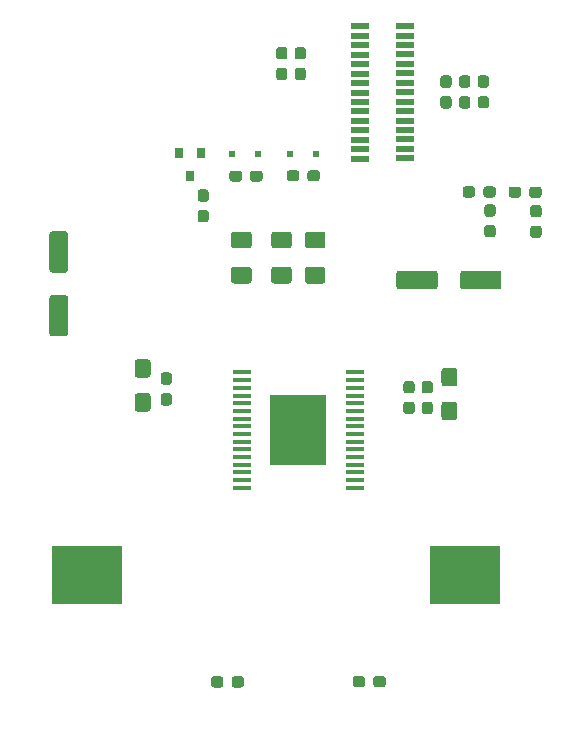
<source format=gbr>
G04 #@! TF.GenerationSoftware,KiCad,Pcbnew,(5.1.6)-1*
G04 #@! TF.CreationDate,2020-12-13T22:16:35+01:00*
G04 #@! TF.ProjectId,ETBC_2020,45544243-5f32-4303-9230-2e6b69636164,rev?*
G04 #@! TF.SameCoordinates,Original*
G04 #@! TF.FileFunction,Paste,Top*
G04 #@! TF.FilePolarity,Positive*
%FSLAX46Y46*%
G04 Gerber Fmt 4.6, Leading zero omitted, Abs format (unit mm)*
G04 Created by KiCad (PCBNEW (5.1.6)-1) date 2020-12-13 22:16:35*
%MOMM*%
%LPD*%
G01*
G04 APERTURE LIST*
%ADD10R,1.500000X0.550000*%
%ADD11R,6.000000X5.000000*%
%ADD12R,0.800000X0.900000*%
%ADD13R,0.500000X0.500000*%
%ADD14R,1.650000X0.450000*%
%ADD15R,4.800000X5.900000*%
G04 APERTURE END LIST*
G36*
G01*
X111925000Y-53025000D02*
X111925000Y-54125000D01*
G75*
G02*
X111675000Y-54375000I-250000J0D01*
G01*
X108675000Y-54375000D01*
G75*
G02*
X108425000Y-54125000I0J250000D01*
G01*
X108425000Y-53025000D01*
G75*
G02*
X108675000Y-52775000I250000J0D01*
G01*
X111675000Y-52775000D01*
G75*
G02*
X111925000Y-53025000I0J-250000D01*
G01*
G37*
G36*
G01*
X117325000Y-53025000D02*
X117325000Y-54125000D01*
G75*
G02*
X117075000Y-54375000I-250000J0D01*
G01*
X114075000Y-54375000D01*
G75*
G02*
X113825000Y-54125000I0J250000D01*
G01*
X113825000Y-53025000D01*
G75*
G02*
X114075000Y-52775000I250000J0D01*
G01*
X117075000Y-52775000D01*
G75*
G02*
X117325000Y-53025000I0J-250000D01*
G01*
G37*
D10*
X109175000Y-32074600D03*
X105375000Y-32100000D03*
X109175000Y-32874600D03*
X105375000Y-32900000D03*
X109175000Y-33674600D03*
X105375000Y-33700000D03*
X109175000Y-34474600D03*
X105375000Y-34500000D03*
X109175000Y-35274600D03*
X105375000Y-35300000D03*
X109175000Y-36074600D03*
X105375000Y-36100000D03*
X109175000Y-36874600D03*
X105375000Y-36900000D03*
X109175000Y-37674600D03*
X105375000Y-37700000D03*
X109175000Y-38474600D03*
X105375000Y-38500000D03*
X109175000Y-39274600D03*
X105375000Y-39300000D03*
X109175000Y-40074600D03*
X105375000Y-40100000D03*
X109175000Y-40874600D03*
X105375000Y-40900000D03*
X109175000Y-41674600D03*
X105375000Y-41700000D03*
X109175000Y-42474600D03*
X105375000Y-42500000D03*
X109175000Y-43274600D03*
X105375000Y-43300000D03*
G36*
G01*
X114449900Y-37302500D02*
X113974900Y-37302500D01*
G75*
G02*
X113737400Y-37065000I0J237500D01*
G01*
X113737400Y-36490000D01*
G75*
G02*
X113974900Y-36252500I237500J0D01*
G01*
X114449900Y-36252500D01*
G75*
G02*
X114687400Y-36490000I0J-237500D01*
G01*
X114687400Y-37065000D01*
G75*
G02*
X114449900Y-37302500I-237500J0D01*
G01*
G37*
G36*
G01*
X114449900Y-39052500D02*
X113974900Y-39052500D01*
G75*
G02*
X113737400Y-38815000I0J237500D01*
G01*
X113737400Y-38240000D01*
G75*
G02*
X113974900Y-38002500I237500J0D01*
G01*
X114449900Y-38002500D01*
G75*
G02*
X114687400Y-38240000I0J-237500D01*
G01*
X114687400Y-38815000D01*
G75*
G02*
X114449900Y-39052500I-237500J0D01*
G01*
G37*
D11*
X82200000Y-78575000D03*
X114200000Y-78575000D03*
G36*
G01*
X100537500Y-34900000D02*
X100062500Y-34900000D01*
G75*
G02*
X99825000Y-34662500I0J237500D01*
G01*
X99825000Y-34087500D01*
G75*
G02*
X100062500Y-33850000I237500J0D01*
G01*
X100537500Y-33850000D01*
G75*
G02*
X100775000Y-34087500I0J-237500D01*
G01*
X100775000Y-34662500D01*
G75*
G02*
X100537500Y-34900000I-237500J0D01*
G01*
G37*
G36*
G01*
X100537500Y-36650000D02*
X100062500Y-36650000D01*
G75*
G02*
X99825000Y-36412500I0J237500D01*
G01*
X99825000Y-35837500D01*
G75*
G02*
X100062500Y-35600000I237500J0D01*
G01*
X100537500Y-35600000D01*
G75*
G02*
X100775000Y-35837500I0J-237500D01*
G01*
X100775000Y-36412500D01*
G75*
G02*
X100537500Y-36650000I-237500J0D01*
G01*
G37*
G36*
G01*
X98962500Y-34900000D02*
X98487500Y-34900000D01*
G75*
G02*
X98250000Y-34662500I0J237500D01*
G01*
X98250000Y-34087500D01*
G75*
G02*
X98487500Y-33850000I237500J0D01*
G01*
X98962500Y-33850000D01*
G75*
G02*
X99200000Y-34087500I0J-237500D01*
G01*
X99200000Y-34662500D01*
G75*
G02*
X98962500Y-34900000I-237500J0D01*
G01*
G37*
G36*
G01*
X98962500Y-36650000D02*
X98487500Y-36650000D01*
G75*
G02*
X98250000Y-36412500I0J237500D01*
G01*
X98250000Y-35837500D01*
G75*
G02*
X98487500Y-35600000I237500J0D01*
G01*
X98962500Y-35600000D01*
G75*
G02*
X99200000Y-35837500I0J-237500D01*
G01*
X99200000Y-36412500D01*
G75*
G02*
X98962500Y-36650000I-237500J0D01*
G01*
G37*
G36*
G01*
X113350001Y-62575000D02*
X112499999Y-62575000D01*
G75*
G02*
X112250000Y-62325001I0J249999D01*
G01*
X112250000Y-61249999D01*
G75*
G02*
X112499999Y-61000000I249999J0D01*
G01*
X113350001Y-61000000D01*
G75*
G02*
X113600000Y-61249999I0J-249999D01*
G01*
X113600000Y-62325001D01*
G75*
G02*
X113350001Y-62575000I-249999J0D01*
G01*
G37*
G36*
G01*
X113350001Y-65450000D02*
X112499999Y-65450000D01*
G75*
G02*
X112250000Y-65200001I0J249999D01*
G01*
X112250000Y-64124999D01*
G75*
G02*
X112499999Y-63875000I249999J0D01*
G01*
X113350001Y-63875000D01*
G75*
G02*
X113600000Y-64124999I0J-249999D01*
G01*
X113600000Y-65200001D01*
G75*
G02*
X113350001Y-65450000I-249999J0D01*
G01*
G37*
G36*
G01*
X87380001Y-61850000D02*
X86529999Y-61850000D01*
G75*
G02*
X86280000Y-61600001I0J249999D01*
G01*
X86280000Y-60524999D01*
G75*
G02*
X86529999Y-60275000I249999J0D01*
G01*
X87380001Y-60275000D01*
G75*
G02*
X87630000Y-60524999I0J-249999D01*
G01*
X87630000Y-61600001D01*
G75*
G02*
X87380001Y-61850000I-249999J0D01*
G01*
G37*
G36*
G01*
X87380001Y-64725000D02*
X86529999Y-64725000D01*
G75*
G02*
X86280000Y-64475001I0J249999D01*
G01*
X86280000Y-63399999D01*
G75*
G02*
X86529999Y-63150000I249999J0D01*
G01*
X87380001Y-63150000D01*
G75*
G02*
X87630000Y-63399999I0J-249999D01*
G01*
X87630000Y-64475001D01*
G75*
G02*
X87380001Y-64725000I-249999J0D01*
G01*
G37*
G36*
G01*
X80400000Y-52950000D02*
X79300000Y-52950000D01*
G75*
G02*
X79050000Y-52700000I0J250000D01*
G01*
X79050000Y-49700000D01*
G75*
G02*
X79300000Y-49450000I250000J0D01*
G01*
X80400000Y-49450000D01*
G75*
G02*
X80650000Y-49700000I0J-250000D01*
G01*
X80650000Y-52700000D01*
G75*
G02*
X80400000Y-52950000I-250000J0D01*
G01*
G37*
G36*
G01*
X80400000Y-58350000D02*
X79300000Y-58350000D01*
G75*
G02*
X79050000Y-58100000I0J250000D01*
G01*
X79050000Y-55100000D01*
G75*
G02*
X79300000Y-54850000I250000J0D01*
G01*
X80400000Y-54850000D01*
G75*
G02*
X80650000Y-55100000I0J-250000D01*
G01*
X80650000Y-58100000D01*
G75*
G02*
X80400000Y-58350000I-250000J0D01*
G01*
G37*
G36*
G01*
X95925000Y-50900000D02*
X94675000Y-50900000D01*
G75*
G02*
X94425000Y-50650000I0J250000D01*
G01*
X94425000Y-49725000D01*
G75*
G02*
X94675000Y-49475000I250000J0D01*
G01*
X95925000Y-49475000D01*
G75*
G02*
X96175000Y-49725000I0J-250000D01*
G01*
X96175000Y-50650000D01*
G75*
G02*
X95925000Y-50900000I-250000J0D01*
G01*
G37*
G36*
G01*
X95925000Y-53875000D02*
X94675000Y-53875000D01*
G75*
G02*
X94425000Y-53625000I0J250000D01*
G01*
X94425000Y-52700000D01*
G75*
G02*
X94675000Y-52450000I250000J0D01*
G01*
X95925000Y-52450000D01*
G75*
G02*
X96175000Y-52700000I0J-250000D01*
G01*
X96175000Y-53625000D01*
G75*
G02*
X95925000Y-53875000I-250000J0D01*
G01*
G37*
G36*
G01*
X100927200Y-52450000D02*
X102177200Y-52450000D01*
G75*
G02*
X102427200Y-52700000I0J-250000D01*
G01*
X102427200Y-53625000D01*
G75*
G02*
X102177200Y-53875000I-250000J0D01*
G01*
X100927200Y-53875000D01*
G75*
G02*
X100677200Y-53625000I0J250000D01*
G01*
X100677200Y-52700000D01*
G75*
G02*
X100927200Y-52450000I250000J0D01*
G01*
G37*
G36*
G01*
X100927200Y-49475000D02*
X102177200Y-49475000D01*
G75*
G02*
X102427200Y-49725000I0J-250000D01*
G01*
X102427200Y-50650000D01*
G75*
G02*
X102177200Y-50900000I-250000J0D01*
G01*
X100927200Y-50900000D01*
G75*
G02*
X100677200Y-50650000I0J250000D01*
G01*
X100677200Y-49725000D01*
G75*
G02*
X100927200Y-49475000I250000J0D01*
G01*
G37*
G36*
G01*
X98075000Y-52450000D02*
X99325000Y-52450000D01*
G75*
G02*
X99575000Y-52700000I0J-250000D01*
G01*
X99575000Y-53625000D01*
G75*
G02*
X99325000Y-53875000I-250000J0D01*
G01*
X98075000Y-53875000D01*
G75*
G02*
X97825000Y-53625000I0J250000D01*
G01*
X97825000Y-52700000D01*
G75*
G02*
X98075000Y-52450000I250000J0D01*
G01*
G37*
G36*
G01*
X98075000Y-49475000D02*
X99325000Y-49475000D01*
G75*
G02*
X99575000Y-49725000I0J-250000D01*
G01*
X99575000Y-50650000D01*
G75*
G02*
X99325000Y-50900000I-250000J0D01*
G01*
X98075000Y-50900000D01*
G75*
G02*
X97825000Y-50650000I0J250000D01*
G01*
X97825000Y-49725000D01*
G75*
G02*
X98075000Y-49475000I250000J0D01*
G01*
G37*
G36*
G01*
X91837500Y-47650000D02*
X92312500Y-47650000D01*
G75*
G02*
X92550000Y-47887500I0J-237500D01*
G01*
X92550000Y-48462500D01*
G75*
G02*
X92312500Y-48700000I-237500J0D01*
G01*
X91837500Y-48700000D01*
G75*
G02*
X91600000Y-48462500I0J237500D01*
G01*
X91600000Y-47887500D01*
G75*
G02*
X91837500Y-47650000I237500J0D01*
G01*
G37*
G36*
G01*
X91837500Y-45900000D02*
X92312500Y-45900000D01*
G75*
G02*
X92550000Y-46137500I0J-237500D01*
G01*
X92550000Y-46712500D01*
G75*
G02*
X92312500Y-46950000I-237500J0D01*
G01*
X91837500Y-46950000D01*
G75*
G02*
X91600000Y-46712500I0J237500D01*
G01*
X91600000Y-46137500D01*
G75*
G02*
X91837500Y-45900000I237500J0D01*
G01*
G37*
D12*
X90975000Y-44800000D03*
X90025000Y-42800000D03*
X91925000Y-42800000D03*
D13*
X96725000Y-42875000D03*
X94525000Y-42875000D03*
X99400000Y-42925000D03*
X101600000Y-42925000D03*
D14*
X95350000Y-61400000D03*
X95350000Y-62050000D03*
X95350000Y-62700000D03*
X95350000Y-63350000D03*
X95350000Y-64000000D03*
X95350000Y-64650000D03*
X95350000Y-65300000D03*
X95350000Y-65950000D03*
X95350000Y-66600000D03*
X95350000Y-67250000D03*
X95350000Y-67900000D03*
X95350000Y-68550000D03*
X95350000Y-69200000D03*
X95350000Y-69850000D03*
X95350000Y-70500000D03*
X95350000Y-71150000D03*
X104900000Y-71150000D03*
X104900000Y-70500000D03*
X104900000Y-69850000D03*
X104900000Y-69200000D03*
X104900000Y-68550000D03*
X104900000Y-67900000D03*
X104900000Y-67250000D03*
X104900000Y-66600000D03*
X104900000Y-65950000D03*
X104900000Y-65300000D03*
X104900000Y-64650000D03*
X104900000Y-64000000D03*
X104900000Y-63350000D03*
X104900000Y-62700000D03*
X104900000Y-62050000D03*
X104900000Y-61400000D03*
D15*
X100125000Y-66275000D03*
G36*
G01*
X116037500Y-37300000D02*
X115562500Y-37300000D01*
G75*
G02*
X115325000Y-37062500I0J237500D01*
G01*
X115325000Y-36487500D01*
G75*
G02*
X115562500Y-36250000I237500J0D01*
G01*
X116037500Y-36250000D01*
G75*
G02*
X116275000Y-36487500I0J-237500D01*
G01*
X116275000Y-37062500D01*
G75*
G02*
X116037500Y-37300000I-237500J0D01*
G01*
G37*
G36*
G01*
X116037500Y-39050000D02*
X115562500Y-39050000D01*
G75*
G02*
X115325000Y-38812500I0J237500D01*
G01*
X115325000Y-38237500D01*
G75*
G02*
X115562500Y-38000000I237500J0D01*
G01*
X116037500Y-38000000D01*
G75*
G02*
X116275000Y-38237500I0J-237500D01*
G01*
X116275000Y-38812500D01*
G75*
G02*
X116037500Y-39050000I-237500J0D01*
G01*
G37*
G36*
G01*
X95350000Y-44537500D02*
X95350000Y-45012500D01*
G75*
G02*
X95112500Y-45250000I-237500J0D01*
G01*
X94537500Y-45250000D01*
G75*
G02*
X94300000Y-45012500I0J237500D01*
G01*
X94300000Y-44537500D01*
G75*
G02*
X94537500Y-44300000I237500J0D01*
G01*
X95112500Y-44300000D01*
G75*
G02*
X95350000Y-44537500I0J-237500D01*
G01*
G37*
G36*
G01*
X97100000Y-44537500D02*
X97100000Y-45012500D01*
G75*
G02*
X96862500Y-45250000I-237500J0D01*
G01*
X96287500Y-45250000D01*
G75*
G02*
X96050000Y-45012500I0J237500D01*
G01*
X96050000Y-44537500D01*
G75*
G02*
X96287500Y-44300000I237500J0D01*
G01*
X96862500Y-44300000D01*
G75*
G02*
X97100000Y-44537500I0J-237500D01*
G01*
G37*
G36*
G01*
X100900000Y-44987500D02*
X100900000Y-44512500D01*
G75*
G02*
X101137500Y-44275000I237500J0D01*
G01*
X101712500Y-44275000D01*
G75*
G02*
X101950000Y-44512500I0J-237500D01*
G01*
X101950000Y-44987500D01*
G75*
G02*
X101712500Y-45225000I-237500J0D01*
G01*
X101137500Y-45225000D01*
G75*
G02*
X100900000Y-44987500I0J237500D01*
G01*
G37*
G36*
G01*
X99150000Y-44987500D02*
X99150000Y-44512500D01*
G75*
G02*
X99387500Y-44275000I237500J0D01*
G01*
X99962500Y-44275000D01*
G75*
G02*
X100200000Y-44512500I0J-237500D01*
G01*
X100200000Y-44987500D01*
G75*
G02*
X99962500Y-45225000I-237500J0D01*
G01*
X99387500Y-45225000D01*
G75*
G02*
X99150000Y-44987500I0J237500D01*
G01*
G37*
G36*
G01*
X116116000Y-48916400D02*
X116591000Y-48916400D01*
G75*
G02*
X116828500Y-49153900I0J-237500D01*
G01*
X116828500Y-49728900D01*
G75*
G02*
X116591000Y-49966400I-237500J0D01*
G01*
X116116000Y-49966400D01*
G75*
G02*
X115878500Y-49728900I0J237500D01*
G01*
X115878500Y-49153900D01*
G75*
G02*
X116116000Y-48916400I237500J0D01*
G01*
G37*
G36*
G01*
X116116000Y-47166400D02*
X116591000Y-47166400D01*
G75*
G02*
X116828500Y-47403900I0J-237500D01*
G01*
X116828500Y-47978900D01*
G75*
G02*
X116591000Y-48216400I-237500J0D01*
G01*
X116116000Y-48216400D01*
G75*
G02*
X115878500Y-47978900I0J237500D01*
G01*
X115878500Y-47403900D01*
G75*
G02*
X116116000Y-47166400I237500J0D01*
G01*
G37*
G36*
G01*
X120012500Y-48975000D02*
X120487500Y-48975000D01*
G75*
G02*
X120725000Y-49212500I0J-237500D01*
G01*
X120725000Y-49787500D01*
G75*
G02*
X120487500Y-50025000I-237500J0D01*
G01*
X120012500Y-50025000D01*
G75*
G02*
X119775000Y-49787500I0J237500D01*
G01*
X119775000Y-49212500D01*
G75*
G02*
X120012500Y-48975000I237500J0D01*
G01*
G37*
G36*
G01*
X120012500Y-47225000D02*
X120487500Y-47225000D01*
G75*
G02*
X120725000Y-47462500I0J-237500D01*
G01*
X120725000Y-48037500D01*
G75*
G02*
X120487500Y-48275000I-237500J0D01*
G01*
X120012500Y-48275000D01*
G75*
G02*
X119775000Y-48037500I0J237500D01*
G01*
X119775000Y-47462500D01*
G75*
G02*
X120012500Y-47225000I237500J0D01*
G01*
G37*
G36*
G01*
X111287500Y-63175000D02*
X110812500Y-63175000D01*
G75*
G02*
X110575000Y-62937500I0J237500D01*
G01*
X110575000Y-62362500D01*
G75*
G02*
X110812500Y-62125000I237500J0D01*
G01*
X111287500Y-62125000D01*
G75*
G02*
X111525000Y-62362500I0J-237500D01*
G01*
X111525000Y-62937500D01*
G75*
G02*
X111287500Y-63175000I-237500J0D01*
G01*
G37*
G36*
G01*
X111287500Y-64925000D02*
X110812500Y-64925000D01*
G75*
G02*
X110575000Y-64687500I0J237500D01*
G01*
X110575000Y-64112500D01*
G75*
G02*
X110812500Y-63875000I237500J0D01*
G01*
X111287500Y-63875000D01*
G75*
G02*
X111525000Y-64112500I0J-237500D01*
G01*
X111525000Y-64687500D01*
G75*
G02*
X111287500Y-64925000I-237500J0D01*
G01*
G37*
G36*
G01*
X109737500Y-63175000D02*
X109262500Y-63175000D01*
G75*
G02*
X109025000Y-62937500I0J237500D01*
G01*
X109025000Y-62362500D01*
G75*
G02*
X109262500Y-62125000I237500J0D01*
G01*
X109737500Y-62125000D01*
G75*
G02*
X109975000Y-62362500I0J-237500D01*
G01*
X109975000Y-62937500D01*
G75*
G02*
X109737500Y-63175000I-237500J0D01*
G01*
G37*
G36*
G01*
X109737500Y-64925000D02*
X109262500Y-64925000D01*
G75*
G02*
X109025000Y-64687500I0J237500D01*
G01*
X109025000Y-64112500D01*
G75*
G02*
X109262500Y-63875000I237500J0D01*
G01*
X109737500Y-63875000D01*
G75*
G02*
X109975000Y-64112500I0J-237500D01*
G01*
X109975000Y-64687500D01*
G75*
G02*
X109737500Y-64925000I-237500J0D01*
G01*
G37*
G36*
G01*
X105775000Y-87337500D02*
X105775000Y-87812500D01*
G75*
G02*
X105537500Y-88050000I-237500J0D01*
G01*
X104962500Y-88050000D01*
G75*
G02*
X104725000Y-87812500I0J237500D01*
G01*
X104725000Y-87337500D01*
G75*
G02*
X104962500Y-87100000I237500J0D01*
G01*
X105537500Y-87100000D01*
G75*
G02*
X105775000Y-87337500I0J-237500D01*
G01*
G37*
G36*
G01*
X107525000Y-87337500D02*
X107525000Y-87812500D01*
G75*
G02*
X107287500Y-88050000I-237500J0D01*
G01*
X106712500Y-88050000D01*
G75*
G02*
X106475000Y-87812500I0J237500D01*
G01*
X106475000Y-87337500D01*
G75*
G02*
X106712500Y-87100000I237500J0D01*
G01*
X107287500Y-87100000D01*
G75*
G02*
X107525000Y-87337500I0J-237500D01*
G01*
G37*
G36*
G01*
X94475000Y-87837500D02*
X94475000Y-87362500D01*
G75*
G02*
X94712500Y-87125000I237500J0D01*
G01*
X95287500Y-87125000D01*
G75*
G02*
X95525000Y-87362500I0J-237500D01*
G01*
X95525000Y-87837500D01*
G75*
G02*
X95287500Y-88075000I-237500J0D01*
G01*
X94712500Y-88075000D01*
G75*
G02*
X94475000Y-87837500I0J237500D01*
G01*
G37*
G36*
G01*
X92725000Y-87837500D02*
X92725000Y-87362500D01*
G75*
G02*
X92962500Y-87125000I237500J0D01*
G01*
X93537500Y-87125000D01*
G75*
G02*
X93775000Y-87362500I0J-237500D01*
G01*
X93775000Y-87837500D01*
G75*
G02*
X93537500Y-88075000I-237500J0D01*
G01*
X92962500Y-88075000D01*
G75*
G02*
X92725000Y-87837500I0J237500D01*
G01*
G37*
G36*
G01*
X89192500Y-62450000D02*
X88717500Y-62450000D01*
G75*
G02*
X88480000Y-62212500I0J237500D01*
G01*
X88480000Y-61637500D01*
G75*
G02*
X88717500Y-61400000I237500J0D01*
G01*
X89192500Y-61400000D01*
G75*
G02*
X89430000Y-61637500I0J-237500D01*
G01*
X89430000Y-62212500D01*
G75*
G02*
X89192500Y-62450000I-237500J0D01*
G01*
G37*
G36*
G01*
X89192500Y-64200000D02*
X88717500Y-64200000D01*
G75*
G02*
X88480000Y-63962500I0J237500D01*
G01*
X88480000Y-63387500D01*
G75*
G02*
X88717500Y-63150000I237500J0D01*
G01*
X89192500Y-63150000D01*
G75*
G02*
X89430000Y-63387500I0J-237500D01*
G01*
X89430000Y-63962500D01*
G75*
G02*
X89192500Y-64200000I-237500J0D01*
G01*
G37*
G36*
G01*
X112862400Y-37301200D02*
X112387400Y-37301200D01*
G75*
G02*
X112149900Y-37063700I0J237500D01*
G01*
X112149900Y-36488700D01*
G75*
G02*
X112387400Y-36251200I237500J0D01*
G01*
X112862400Y-36251200D01*
G75*
G02*
X113099900Y-36488700I0J-237500D01*
G01*
X113099900Y-37063700D01*
G75*
G02*
X112862400Y-37301200I-237500J0D01*
G01*
G37*
G36*
G01*
X112862400Y-39051200D02*
X112387400Y-39051200D01*
G75*
G02*
X112149900Y-38813700I0J237500D01*
G01*
X112149900Y-38238700D01*
G75*
G02*
X112387400Y-38001200I237500J0D01*
G01*
X112862400Y-38001200D01*
G75*
G02*
X113099900Y-38238700I0J-237500D01*
G01*
X113099900Y-38813700D01*
G75*
G02*
X112862400Y-39051200I-237500J0D01*
G01*
G37*
G36*
G01*
X115100500Y-45877800D02*
X115100500Y-46352800D01*
G75*
G02*
X114863000Y-46590300I-237500J0D01*
G01*
X114288000Y-46590300D01*
G75*
G02*
X114050500Y-46352800I0J237500D01*
G01*
X114050500Y-45877800D01*
G75*
G02*
X114288000Y-45640300I237500J0D01*
G01*
X114863000Y-45640300D01*
G75*
G02*
X115100500Y-45877800I0J-237500D01*
G01*
G37*
G36*
G01*
X116850500Y-45877800D02*
X116850500Y-46352800D01*
G75*
G02*
X116613000Y-46590300I-237500J0D01*
G01*
X116038000Y-46590300D01*
G75*
G02*
X115800500Y-46352800I0J237500D01*
G01*
X115800500Y-45877800D01*
G75*
G02*
X116038000Y-45640300I237500J0D01*
G01*
X116613000Y-45640300D01*
G75*
G02*
X116850500Y-45877800I0J-237500D01*
G01*
G37*
G36*
G01*
X118982200Y-45903200D02*
X118982200Y-46378200D01*
G75*
G02*
X118744700Y-46615700I-237500J0D01*
G01*
X118169700Y-46615700D01*
G75*
G02*
X117932200Y-46378200I0J237500D01*
G01*
X117932200Y-45903200D01*
G75*
G02*
X118169700Y-45665700I237500J0D01*
G01*
X118744700Y-45665700D01*
G75*
G02*
X118982200Y-45903200I0J-237500D01*
G01*
G37*
G36*
G01*
X120732200Y-45903200D02*
X120732200Y-46378200D01*
G75*
G02*
X120494700Y-46615700I-237500J0D01*
G01*
X119919700Y-46615700D01*
G75*
G02*
X119682200Y-46378200I0J237500D01*
G01*
X119682200Y-45903200D01*
G75*
G02*
X119919700Y-45665700I237500J0D01*
G01*
X120494700Y-45665700D01*
G75*
G02*
X120732200Y-45903200I0J-237500D01*
G01*
G37*
M02*

</source>
